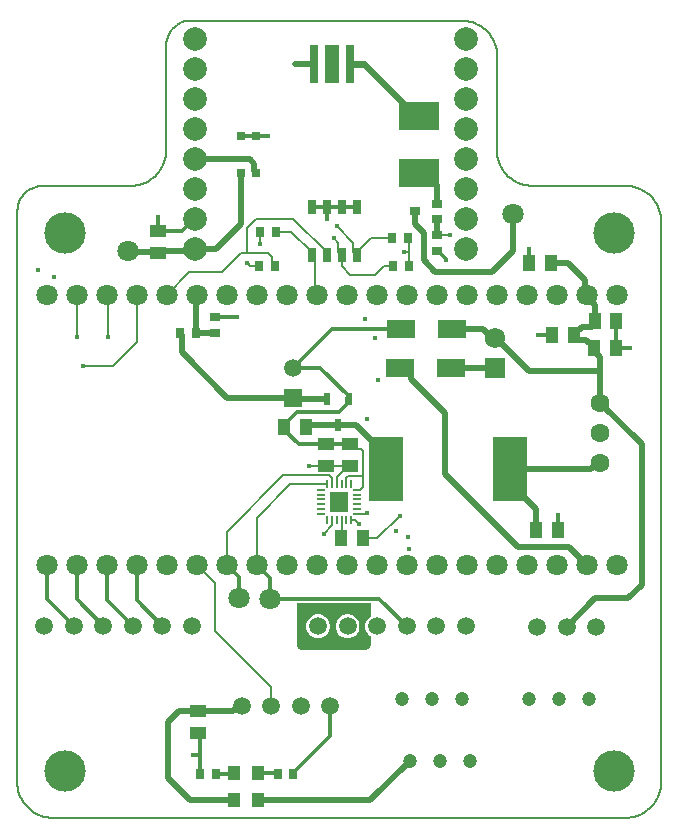
<source format=gtl>
G04*
G04 #@! TF.GenerationSoftware,Altium Limited,Altium Designer,22.4.2 (48)*
G04*
G04 Layer_Physical_Order=1*
G04 Layer_Color=255*
%FSLAX44Y44*%
%MOMM*%
G71*
G04*
G04 #@! TF.SameCoordinates,AE55E6FE-B37C-48CA-A5CC-AE0976963D19*
G04*
G04*
G04 #@! TF.FilePolarity,Positive*
G04*
G01*
G75*
%ADD11C,0.5000*%
%ADD12C,0.2000*%
%ADD13C,0.3000*%
%ADD14C,0.4000*%
%ADD19C,0.2032*%
%ADD20R,1.0000X1.4000*%
%ADD21R,3.0000X5.4000*%
%ADD22R,1.4000X1.0000*%
%ADD23R,0.7500X0.2000*%
%ADD24R,0.2000X0.7500*%
%ADD25R,1.5900X1.7500*%
%ADD26R,0.8000X0.8000*%
%ADD27R,0.8000X0.9500*%
%ADD28R,0.9500X0.8000*%
%ADD29R,3.4000X2.4000*%
%ADD30R,0.9000X0.7000*%
%ADD31R,0.7000X3.3000*%
%ADD32R,1.3000X3.3000*%
%ADD33R,0.7600X1.2700*%
%ADD34R,2.3500X1.5500*%
%ADD35R,1.1000X1.2500*%
%ADD36R,0.6000X1.0500*%
%ADD56C,1.6000*%
%ADD64C,0.6000*%
%ADD65C,3.5000*%
%ADD66C,1.5000*%
%ADD67C,1.8000*%
%ADD68C,2.0000*%
%ADD69C,1.2000*%
%ADD70R,1.5000X1.5000*%
%ADD71R,1.7250X1.7250*%
%ADD72C,1.7250*%
G36*
X299215Y170659D02*
X298421Y170200D01*
X296551Y168331D01*
X295229Y166042D01*
X294545Y163488D01*
Y160845D01*
X295229Y158291D01*
X296551Y156002D01*
X298421Y154132D01*
X299215Y153674D01*
Y147105D01*
X299215Y146114D01*
X298458Y144282D01*
X297060Y142877D01*
X295422Y142192D01*
X294239Y142108D01*
X294239Y142108D01*
X241642Y141877D01*
X240646Y141873D01*
X238803Y142629D01*
X237391Y144035D01*
X236626Y145875D01*
X236626Y146871D01*
X236626Y146871D01*
Y181445D01*
X299215D01*
X299215Y170659D01*
D02*
G37*
%LPC*%
G36*
X280907Y172206D02*
X278263D01*
X275710Y171522D01*
X273421Y170200D01*
X271551Y168331D01*
X270229Y166042D01*
X269545Y163488D01*
Y160845D01*
X270229Y158291D01*
X271551Y156002D01*
X273421Y154132D01*
X275710Y152811D01*
X278263Y152126D01*
X280907D01*
X283461Y152811D01*
X285750Y154132D01*
X287619Y156002D01*
X288941Y158291D01*
X289625Y160845D01*
Y163488D01*
X288941Y166042D01*
X287619Y168331D01*
X285750Y170200D01*
X283461Y171522D01*
X280907Y172206D01*
D02*
G37*
G36*
X255907D02*
X253263D01*
X250710Y171522D01*
X248421Y170200D01*
X246551Y168331D01*
X245229Y166042D01*
X244545Y163488D01*
Y160845D01*
X245229Y158291D01*
X246551Y156002D01*
X248421Y154132D01*
X250710Y152811D01*
X253263Y152126D01*
X255907D01*
X258461Y152811D01*
X260750Y154132D01*
X262619Y156002D01*
X263941Y158291D01*
X264625Y160845D01*
Y163488D01*
X263941Y166042D01*
X262619Y168331D01*
X260750Y170200D01*
X258461Y171522D01*
X255907Y172206D01*
D02*
G37*
%LPD*%
D11*
X234920Y638504D02*
X250928D01*
X517043Y185809D02*
X528686Y197451D01*
X493617Y351442D02*
X528686Y316373D01*
Y197451D02*
Y316373D01*
X419365Y479616D02*
Y510941D01*
X401968Y462219D02*
X419365Y479616D01*
X353689Y462219D02*
X401968D01*
X343926Y471982D02*
X353689Y462219D01*
X343926Y471982D02*
Y495006D01*
X336398Y502535D02*
Y513535D01*
Y502535D02*
X343926Y495006D01*
X139101Y394329D02*
Y408685D01*
X177663Y355768D02*
X233480D01*
X139101Y394329D02*
X177663Y355768D01*
X137601Y410185D02*
X139101Y408685D01*
X234844Y354404D02*
X261641D01*
X233480Y355768D02*
X234844Y354404D01*
X246706Y332714D02*
X286711D01*
X244674Y330682D02*
X246706Y332714D01*
X286711D02*
X311858Y307567D01*
X189219Y502633D02*
Y546180D01*
X167836Y481251D02*
X189219Y502633D01*
X150172Y481251D02*
X167836D01*
X148751Y479829D02*
X150172Y481251D01*
X119398Y478408D02*
X120820Y479829D01*
X148751D01*
X94627Y479153D02*
X118654D01*
X93882Y479897D02*
X94627Y479153D01*
X118654D02*
X119398Y478408D01*
X480871Y443945D02*
X481882Y442934D01*
X480871Y443945D02*
Y455258D01*
X466609Y469520D02*
X480871Y455258D01*
X481882Y440824D02*
Y442934D01*
X452039Y469520D02*
X466609D01*
X489225Y185809D02*
X517043D01*
X465056Y161640D02*
X489225Y185809D01*
X480027Y216189D02*
X481882D01*
X333155Y371768D02*
Y375769D01*
X323905Y381018D02*
X327905D01*
X333155Y375769D01*
Y371768D02*
X361805Y343119D01*
Y290790D02*
Y343119D01*
Y290790D02*
X423460Y229134D01*
X467082D02*
X480027Y216189D01*
X423460Y229134D02*
X467082D01*
X481882Y214334D02*
Y216189D01*
X438902Y243418D02*
Y261523D01*
X416858Y283567D02*
X438902Y261523D01*
X416858Y283567D02*
Y295567D01*
X311858D02*
Y307567D01*
X416858Y295567D02*
X485566D01*
X490640Y300642D01*
X493617D01*
X367827Y413869D02*
X394069D01*
X401470Y406467D01*
X404785D01*
X366954Y381067D02*
X404785D01*
X366905Y381018D02*
X366954Y381067D01*
X493617Y378012D02*
Y390270D01*
Y351442D02*
Y378012D01*
X404785Y406467D02*
X404838D01*
X433293Y378012D01*
X493617D01*
X488706Y420307D02*
Y434000D01*
X481882Y440824D02*
X488706Y434000D01*
X471049Y410744D02*
X473549Y413244D01*
X475549D01*
X478112Y415807D01*
X486206D01*
X488706Y418307D01*
X471049Y408744D02*
Y410744D01*
X488706Y418307D02*
Y420307D01*
X481643Y404244D02*
X483839Y402048D01*
X473549Y404244D02*
X481643D01*
X471049Y406744D02*
X473549Y404244D01*
X471049Y406744D02*
Y408744D01*
X488339Y397548D02*
Y399548D01*
X485839Y402048D02*
X488339Y399548D01*
X483839Y402048D02*
X485839D01*
X488339Y395548D02*
X493617Y390270D01*
X488339Y395548D02*
Y397548D01*
X355417Y493427D02*
Y507015D01*
Y493427D02*
X355437Y493408D01*
X355398Y507035D02*
X355417Y507015D01*
X345365Y545873D02*
X355398Y535840D01*
X340365Y545873D02*
X345365D01*
X355398Y520035D02*
Y535840D01*
X150172Y557451D02*
X196931D01*
X200719Y553662D01*
Y547680D02*
X202219Y546180D01*
X200719Y547680D02*
Y553662D01*
X151392Y410475D02*
X151419Y410502D01*
X151101Y410185D02*
X151392Y410475D01*
X167404Y410502D02*
X167722Y410820D01*
X151419Y410502D02*
X167404D01*
X151392Y410475D02*
Y442644D01*
X151682Y442934D01*
X298719Y14787D02*
X332219Y48288D01*
X203470Y14787D02*
X298719D01*
X127468Y33753D02*
X146434Y14787D01*
X183470D01*
X127468Y33753D02*
Y80772D01*
X136925Y90229D01*
X153084D01*
X182467D02*
X187202Y94964D01*
X153084Y90229D02*
X182467D01*
X187202Y94964D02*
X189908D01*
D12*
X304784Y236510D02*
X324079Y255805D01*
X292714Y236510D02*
X304784D01*
X246713Y297918D02*
X261207D01*
X290250Y277500D02*
X292704Y279954D01*
Y288193D01*
X280257Y289250D02*
X291647D01*
X292704Y288193D01*
X278500Y282500D02*
Y287493D01*
X280257Y289250D01*
X290811Y312211D02*
X292704Y310319D01*
X281542Y316211D02*
X285542Y312211D01*
X290811D01*
X292704Y288193D02*
Y310319D01*
X287500Y277500D02*
X290250D01*
X331821Y478696D02*
Y490109D01*
Y467283D02*
Y478696D01*
X327440D02*
X331821D01*
X330943Y490987D02*
X331821Y490109D01*
X205320Y485699D02*
Y496255D01*
X55489Y382588D02*
X80967D01*
X270511Y500850D02*
X284493Y486868D01*
Y479250D02*
Y486868D01*
Y479250D02*
X287293Y476450D01*
X268117Y490522D02*
X271793Y486846D01*
Y479250D02*
Y486846D01*
Y479250D02*
X274593Y476450D01*
X100882Y402503D02*
Y442934D01*
X80967Y382588D02*
X100882Y402503D01*
X76709Y407717D02*
Y441707D01*
Y407717D02*
X77091Y407335D01*
X75482Y442934D02*
X76709Y441707D01*
X50218Y407553D02*
Y442798D01*
Y407553D02*
X50354Y407417D01*
X50082Y442934D02*
X50218Y442798D01*
X259620Y240669D02*
X259662D01*
X266500Y247507D01*
X355437Y493408D02*
X355620Y493591D01*
X366192D01*
X194063Y478023D02*
X211991D01*
X189406D02*
X194063D01*
Y499317D02*
X201884Y507138D01*
X194063Y478023D02*
Y499317D01*
X201884Y507138D02*
X233755D01*
X261893Y479000D01*
Y476450D02*
Y479000D01*
X249193Y476450D02*
X251993Y473650D01*
Y444223D02*
Y473650D01*
Y444223D02*
X253282Y442934D01*
X196953Y467409D02*
X204693D01*
X194870Y469492D02*
X196953Y467409D01*
X194329Y469492D02*
X194870D01*
X126282Y442934D02*
X145562Y462214D01*
X173596D01*
X189406Y478023D01*
X211991D02*
X215193Y474821D01*
Y470409D02*
Y474821D01*
Y470409D02*
X218193Y467409D01*
X287500Y257500D02*
X295966D01*
X296197Y257730D01*
X285524Y252500D02*
X289054Y248970D01*
X282500Y252500D02*
X285524D01*
X266500Y247507D02*
Y252500D01*
X270500Y288670D02*
X279542Y297711D01*
X281542D01*
X270500Y282500D02*
Y288670D01*
X281335Y297918D02*
X281542Y297711D01*
X261207Y297918D02*
X281335D01*
X224796Y289918D02*
X264075D01*
X177082Y242204D02*
X224796Y289918D01*
X230923Y282500D02*
X262500D01*
X202482Y254059D02*
X230923Y282500D01*
X202482Y214334D02*
Y254059D01*
X264075Y289918D02*
X266500Y287493D01*
Y282500D02*
Y287493D01*
X177082Y214334D02*
Y242204D01*
X274500Y236796D02*
Y252500D01*
X274214Y236510D02*
X274500Y236796D01*
X167594Y158481D02*
Y198422D01*
X151682Y214334D02*
X167594Y198422D01*
Y158481D02*
X214908Y111167D01*
Y94964D02*
Y111167D01*
X231938Y496255D02*
X249193Y479000D01*
Y476450D02*
Y479000D01*
X218820Y496255D02*
X231938D01*
X274593Y466842D02*
X281975Y459461D01*
X274593Y466842D02*
Y476450D01*
X281975Y459461D02*
X302936D01*
X310759Y467283D01*
X318321D01*
X287293Y476450D02*
Y479000D01*
X299281Y490987D02*
X317443D01*
X287293Y479000D02*
X299281Y490987D01*
D13*
X266182Y413869D02*
X324827D01*
X233480Y381168D02*
X266182Y413869D01*
X279348Y355464D02*
X280848Y356964D01*
X272528Y343468D02*
X279348Y350289D01*
X236959Y343468D02*
X272528D01*
X279348Y350289D02*
Y355464D01*
X256645Y381168D02*
X280848Y356964D01*
X233480Y381168D02*
X256645D01*
X226173Y332682D02*
X236959Y343468D01*
X226173Y330682D02*
Y332682D01*
X281335Y316418D02*
X281542Y316211D01*
X261207Y316418D02*
X281335D01*
X226173Y328682D02*
X238438Y316418D01*
X261207D01*
X226173Y328682D02*
Y330682D01*
X233799Y38237D02*
X264908Y69346D01*
X233799Y37487D02*
Y38237D01*
X264908Y69346D02*
Y94964D01*
X154970Y53364D02*
Y69843D01*
Y36885D02*
Y53364D01*
X148328D02*
X154970D01*
X153084Y71729D02*
X154970Y69843D01*
X167722Y424319D02*
X185576D01*
X457402Y243418D02*
Y256274D01*
X506839Y397548D02*
X518680D01*
X507206Y397915D02*
Y420307D01*
X506839Y397548D02*
X507206Y397915D01*
X440862Y408744D02*
X452549D01*
X433539Y469520D02*
Y481949D01*
X362895Y472450D02*
X363086Y472259D01*
X362895Y472450D02*
Y473200D01*
X356187Y479908D02*
X362895Y473200D01*
X355437Y479908D02*
X356187D01*
X250928Y638504D02*
X251246Y638187D01*
X202219Y577180D02*
X211814D01*
X261893Y507208D02*
Y517450D01*
X274593D02*
X287293D01*
X261893D02*
X274593D01*
X249193D02*
X261893D01*
X189219Y577180D02*
X202219D01*
X119398Y496908D02*
Y509050D01*
X139409Y496908D02*
X149151Y506651D01*
X150172D01*
X119398Y496908D02*
X139409D01*
X213494Y185565D02*
X306187D01*
X329585Y162166D01*
X219499Y38287D02*
X220299Y37487D01*
X203470Y38287D02*
X219499D01*
X182067Y36885D02*
X183470Y38287D01*
X168470Y36885D02*
X182067D01*
X213494Y185565D02*
Y203322D01*
X202482Y214334D02*
X213494Y203322D01*
X177082Y214334D02*
X187409Y204007D01*
Y185982D02*
Y204007D01*
X100882Y184043D02*
Y214334D01*
Y184043D02*
X122643Y162282D01*
X24682Y185243D02*
Y214334D01*
Y185243D02*
X47643Y162282D01*
X75482Y184443D02*
X97643Y162282D01*
X75482Y184443D02*
Y214334D01*
X50082Y184843D02*
X72643Y162282D01*
X50082Y184843D02*
Y214334D01*
D14*
X295868Y337928D02*
D03*
X324079Y255805D02*
D03*
X31240Y457572D02*
D03*
X17159Y463467D02*
D03*
X305579Y370904D02*
D03*
X320998Y243146D02*
D03*
X331707Y227764D02*
D03*
X330329Y237606D02*
D03*
X246713Y297918D02*
D03*
X148328Y53364D02*
D03*
X185576Y424319D02*
D03*
X294578Y422317D02*
D03*
X302439Y406446D02*
D03*
X457402Y256274D02*
D03*
X518680Y397548D02*
D03*
X440862Y408744D02*
D03*
X433539Y481949D02*
D03*
X363086Y472259D02*
D03*
X327440Y478696D02*
D03*
X234920Y638504D02*
D03*
X211814Y577180D02*
D03*
X261893Y507208D02*
D03*
X119398Y509050D02*
D03*
X205320Y485699D02*
D03*
X55489Y382588D02*
D03*
X270511Y500850D02*
D03*
X268117Y490522D02*
D03*
X77091Y407335D02*
D03*
X50354Y407417D02*
D03*
X259620Y240669D02*
D03*
X366192Y493591D02*
D03*
X194329Y469492D02*
D03*
X296197Y257730D02*
D03*
X289054Y248970D02*
D03*
D19*
X406086Y565073D02*
X406189Y562589D01*
X406496Y560122D01*
X407006Y557689D01*
X407716Y555307D01*
X408619Y552991D01*
X409711Y550757D01*
X410984Y548622D01*
X412428Y546599D01*
X414035Y544702D01*
X415793Y542944D01*
X417690Y541337D01*
X419713Y539893D01*
X421848Y538620D01*
X424082Y537528D01*
X426398Y536625D01*
X428780Y535915D01*
X431213Y535405D01*
X433680Y535098D01*
X436164Y534995D01*
X406086Y644998D02*
X405983Y647476D01*
X405676Y649936D01*
X405167Y652363D01*
X404460Y654740D01*
X403558Y657050D01*
X402469Y659278D01*
X401200Y661408D01*
X399759Y663426D01*
X398156Y665319D01*
X396403Y667072D01*
X394510Y668675D01*
X392492Y670116D01*
X390362Y671385D01*
X388134Y672474D01*
X385824Y673376D01*
X383447Y674083D01*
X381020Y674592D01*
X378560Y674899D01*
X376082Y675001D01*
X514984Y1D02*
X517463Y103D01*
X519925Y410D01*
X522353Y919D01*
X524731Y1627D01*
X527043Y2529D01*
X529271Y3619D01*
X531403Y4889D01*
X533422Y6330D01*
X535315Y7934D01*
X537070Y9688D01*
X538673Y11581D01*
X540115Y13600D01*
X541385Y15732D01*
X542474Y17961D01*
X543376Y20272D01*
X544084Y22650D01*
X544593Y25078D01*
X544900Y27540D01*
X545003Y30019D01*
X545003Y504993D02*
X544900Y507470D01*
X544593Y509931D01*
X544085Y512358D01*
X543377Y514734D01*
X542476Y517044D01*
X541386Y519272D01*
X540117Y521402D01*
X538676Y523420D01*
X537074Y525313D01*
X535320Y527066D01*
X533428Y528669D01*
X531410Y530109D01*
X529280Y531379D01*
X527052Y532468D01*
X524742Y533369D01*
X522366Y534077D01*
X519939Y534586D01*
X517478Y534892D01*
X515000Y534995D01*
X147201Y675001D02*
X144643Y674847D01*
X142123Y674385D01*
X139678Y673623D01*
X137341Y672571D01*
X135149Y671246D01*
X133132Y669666D01*
X131321Y667855D01*
X129741Y665838D01*
X128415Y663645D01*
X127364Y661309D01*
X126602Y658863D01*
X126140Y656343D01*
X125985Y653786D01*
X95967Y534995D02*
X98446Y535097D01*
X100907Y535404D01*
X103336Y535913D01*
X105714Y536621D01*
X108025Y537523D01*
X110254Y538613D01*
X112385Y539883D01*
X114404Y541325D01*
X116298Y542928D01*
X118052Y544682D01*
X119655Y546576D01*
X121097Y548595D01*
X122367Y550726D01*
X123457Y552955D01*
X124359Y555266D01*
X125066Y557644D01*
X125576Y560072D01*
X125883Y562534D01*
X125985Y565013D01*
X2Y30039D02*
X105Y27558D01*
X412Y25094D01*
X922Y22665D01*
X1630Y20285D01*
X2532Y17973D01*
X3623Y15742D01*
X4894Y13609D01*
X6336Y11589D01*
X7941Y9694D01*
X9696Y7939D01*
X11591Y6334D01*
X13611Y4892D01*
X15744Y3621D01*
X17974Y2531D01*
X20287Y1628D01*
X22666Y920D01*
X25096Y410D01*
X27560Y103D01*
X30040Y1D01*
X21261Y534995D02*
X18699Y534840D01*
X16173Y534377D01*
X13723Y533613D01*
X11382Y532560D01*
X9185Y531232D01*
X7164Y529648D01*
X5349Y527833D01*
X3765Y525812D01*
X2437Y523615D01*
X1384Y521275D01*
X620Y518824D01*
X157Y516299D01*
X2Y513736D01*
X406086Y644997D02*
X406086Y565073D01*
X147201Y675001D02*
X376082D01*
X545003Y30019D02*
Y504992D01*
X436164Y534995D02*
X515000D01*
X125985Y565013D02*
X125985Y653786D01*
X21261Y534995D02*
X95967D01*
X30040Y1D02*
X514984D01*
X2Y30039D02*
Y513736D01*
D20*
X226173Y330682D02*
D03*
X244674D02*
D03*
X507206Y420307D02*
D03*
X488706D02*
D03*
X506839Y397548D02*
D03*
X488339D02*
D03*
X452549Y408744D02*
D03*
X471049D02*
D03*
X457402Y243418D02*
D03*
X438902D02*
D03*
X433539Y469520D02*
D03*
X452039D02*
D03*
X292714Y236510D02*
D03*
X274214D02*
D03*
D21*
X416858Y295567D02*
D03*
X311858D02*
D03*
D22*
X153084Y90229D02*
D03*
Y71729D02*
D03*
X281542Y316211D02*
D03*
Y297711D02*
D03*
X119398Y496908D02*
D03*
Y478408D02*
D03*
X261207Y316418D02*
D03*
Y297918D02*
D03*
D23*
X257500Y277500D02*
D03*
Y273500D02*
D03*
Y269500D02*
D03*
Y265500D02*
D03*
Y261500D02*
D03*
Y257500D02*
D03*
X287500D02*
D03*
Y261500D02*
D03*
Y265500D02*
D03*
Y269500D02*
D03*
Y273500D02*
D03*
Y277500D02*
D03*
D24*
X262500Y252500D02*
D03*
X266500D02*
D03*
X270500D02*
D03*
X274500D02*
D03*
X278500D02*
D03*
X282500D02*
D03*
Y282500D02*
D03*
X278500D02*
D03*
X274500D02*
D03*
X270500D02*
D03*
X266500D02*
D03*
X262500D02*
D03*
D25*
X272500Y267500D02*
D03*
D26*
X202219Y577180D02*
D03*
X189219D02*
D03*
Y546180D02*
D03*
X202219D02*
D03*
D27*
X151101Y410185D02*
D03*
X137601D02*
D03*
X317443Y490987D02*
D03*
X330943D02*
D03*
X218820Y496255D02*
D03*
X205320D02*
D03*
X318321Y467283D02*
D03*
X331821D02*
D03*
X218193Y467409D02*
D03*
X204693D02*
D03*
X168470Y36885D02*
D03*
X154970D02*
D03*
X220299Y37487D02*
D03*
X233799D02*
D03*
D28*
X167722Y424319D02*
D03*
Y410820D02*
D03*
X355437Y479908D02*
D03*
Y493408D02*
D03*
D29*
X340365Y593873D02*
D03*
Y545873D02*
D03*
D30*
X355398Y520035D02*
D03*
Y507035D02*
D03*
X336398Y513535D02*
D03*
D31*
X281246Y638187D02*
D03*
X251246D02*
D03*
D32*
X266246D02*
D03*
D33*
X287293Y517450D02*
D03*
X274593D02*
D03*
X261893D02*
D03*
X249193D02*
D03*
Y476450D02*
D03*
X261893D02*
D03*
X274593D02*
D03*
X287293D02*
D03*
D34*
X323905Y381018D02*
D03*
X366905D02*
D03*
X324827Y413869D02*
D03*
X367827D02*
D03*
D35*
X183470Y14787D02*
D03*
Y38287D02*
D03*
X203470Y14787D02*
D03*
Y38287D02*
D03*
D36*
X271348Y332714D02*
D03*
X261848Y354714D02*
D03*
X280848D02*
D03*
D56*
X493617Y300642D02*
D03*
Y326042D02*
D03*
Y351442D02*
D03*
D64*
X326365Y602873D02*
Y605568D01*
X335365Y593873D02*
X340365D01*
X326365Y602873D02*
X335365Y593873D01*
X293746Y638187D02*
X326365Y605568D01*
X281246Y638187D02*
X293746D01*
D65*
X505000Y40000D02*
D03*
X40000D02*
D03*
Y495003D02*
D03*
X505000Y495000D02*
D03*
D66*
X254585Y162166D02*
D03*
X279585D02*
D03*
X304585D02*
D03*
X329585D02*
D03*
X354585D02*
D03*
X379585D02*
D03*
X189908Y94964D02*
D03*
X214908D02*
D03*
X239908D02*
D03*
X264908D02*
D03*
X22643Y162282D02*
D03*
X47643D02*
D03*
X72643D02*
D03*
X97643D02*
D03*
X122643D02*
D03*
X147643D02*
D03*
X233480Y381168D02*
D03*
X490056Y161640D02*
D03*
X465056D02*
D03*
X440056D02*
D03*
D67*
X507282Y214334D02*
D03*
X481882D02*
D03*
X456482D02*
D03*
X431082D02*
D03*
X405682D02*
D03*
X380282D02*
D03*
X354882D02*
D03*
X329482D02*
D03*
X304082D02*
D03*
X278682D02*
D03*
X253282D02*
D03*
X227882D02*
D03*
X202482D02*
D03*
X177082D02*
D03*
X151682D02*
D03*
X126282D02*
D03*
X100882D02*
D03*
X75482D02*
D03*
X50082D02*
D03*
X24682D02*
D03*
X507282Y442934D02*
D03*
X481882D02*
D03*
X456482D02*
D03*
X431082D02*
D03*
X405682D02*
D03*
X380282D02*
D03*
X354882D02*
D03*
X329482D02*
D03*
X304082D02*
D03*
X278682D02*
D03*
X253282D02*
D03*
X227882D02*
D03*
X202482D02*
D03*
X177082D02*
D03*
X151682D02*
D03*
X126282D02*
D03*
X100882D02*
D03*
X75482D02*
D03*
X50082D02*
D03*
X24682D02*
D03*
X419365Y510941D02*
D03*
X213494Y185565D02*
D03*
X187409Y185982D02*
D03*
X93882Y479897D02*
D03*
D68*
X150172Y481251D02*
D03*
Y506651D02*
D03*
Y532051D02*
D03*
Y557451D02*
D03*
Y582851D02*
D03*
Y608251D02*
D03*
Y633651D02*
D03*
Y659051D02*
D03*
X380172Y481251D02*
D03*
Y506651D02*
D03*
Y532051D02*
D03*
Y557451D02*
D03*
Y582851D02*
D03*
Y608251D02*
D03*
Y633651D02*
D03*
Y659051D02*
D03*
D69*
X483677Y100653D02*
D03*
X458277D02*
D03*
X432877D02*
D03*
X383019Y48288D02*
D03*
X357619D02*
D03*
X332219D02*
D03*
X376586Y100952D02*
D03*
X351185D02*
D03*
X325785D02*
D03*
D70*
X233480Y355768D02*
D03*
D71*
X404785Y381067D02*
D03*
D72*
Y406467D02*
D03*
M02*

</source>
